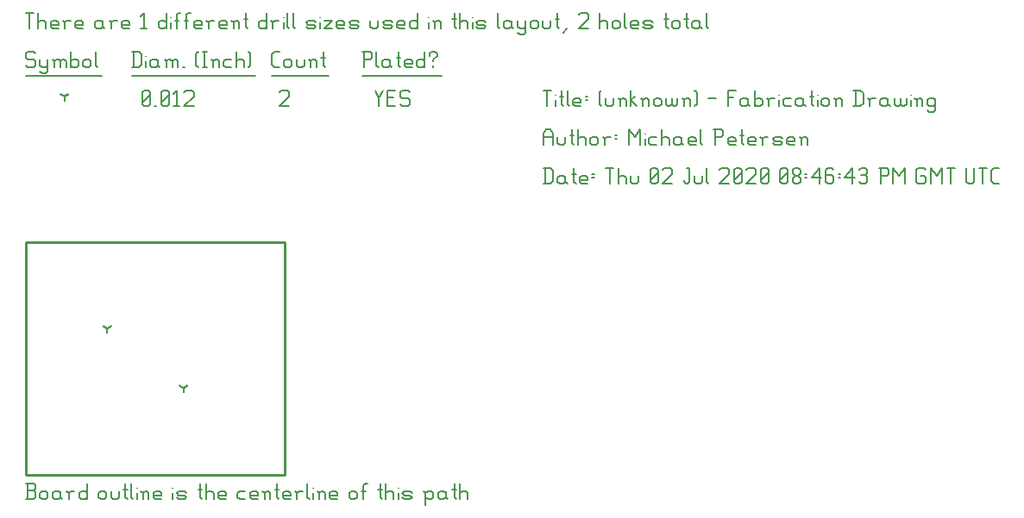
<source format=gbr>
G04 start of page 13 for group -3984 idx -3984 *
G04 Title: (unknown), fab *
G04 Creator: pcb 20140316 *
G04 CreationDate: Thu 02 Jul 2020 08:46:43 PM GMT UTC *
G04 For: railfan *
G04 Format: Gerber/RS-274X *
G04 PCB-Dimensions (mil): 1000.00 900.00 *
G04 PCB-Coordinate-Origin: lower left *
%MOIN*%
%FSLAX25Y25*%
%LNFAB*%
%ADD33C,0.0100*%
%ADD32C,0.0075*%
%ADD31C,0.0060*%
%ADD30C,0.0001*%
%ADD29R,0.0080X0.0080*%
G54D29*X31500Y56500D02*Y54900D01*
G54D30*G36*
X30954Y56647D02*X33033Y57846D01*
X33433Y57153D01*
X31353Y55954D01*
X30954Y56647D01*
G37*
G36*
X31647Y55954D02*X29567Y57153D01*
X29967Y57846D01*
X32046Y56647D01*
X31647Y55954D01*
G37*
G54D29*X61000Y33500D02*Y31900D01*
G54D30*G36*
X60454Y33647D02*X62533Y34846D01*
X62933Y34153D01*
X60853Y32954D01*
X60454Y33647D01*
G37*
G36*
X61147Y32954D02*X59067Y34153D01*
X59467Y34846D01*
X61546Y33647D01*
X61147Y32954D01*
G37*
G54D29*X15000Y146250D02*Y144650D01*
G54D30*G36*
X14454Y146397D02*X16533Y147596D01*
X16933Y146903D01*
X14853Y145704D01*
X14454Y146397D01*
G37*
G36*
X15147Y145704D02*X13067Y146903D01*
X13467Y147596D01*
X15546Y146397D01*
X15147Y145704D01*
G37*
G54D31*X135000Y148500D02*X136500Y145500D01*
X138000Y148500D01*
X136500Y145500D02*Y142500D01*
X139800Y145800D02*X142050D01*
X139800Y142500D02*X142800D01*
X139800Y148500D02*Y142500D01*
Y148500D02*X142800D01*
X147600D02*X148350Y147750D01*
X145350Y148500D02*X147600D01*
X144600Y147750D02*X145350Y148500D01*
X144600Y147750D02*Y146250D01*
X145350Y145500D01*
X147600D01*
X148350Y144750D01*
Y143250D01*
X147600Y142500D02*X148350Y143250D01*
X145350Y142500D02*X147600D01*
X144600Y143250D02*X145350Y142500D01*
X98000Y147750D02*X98750Y148500D01*
X101000D01*
X101750Y147750D01*
Y146250D01*
X98000Y142500D02*X101750Y146250D01*
X98000Y142500D02*X101750D01*
X45000Y143250D02*X45750Y142500D01*
X45000Y147750D02*Y143250D01*
Y147750D02*X45750Y148500D01*
X47250D01*
X48000Y147750D01*
Y143250D01*
X47250Y142500D02*X48000Y143250D01*
X45750Y142500D02*X47250D01*
X45000Y144000D02*X48000Y147000D01*
X49800Y142500D02*X50550D01*
X52350Y143250D02*X53100Y142500D01*
X52350Y147750D02*Y143250D01*
Y147750D02*X53100Y148500D01*
X54600D01*
X55350Y147750D01*
Y143250D01*
X54600Y142500D02*X55350Y143250D01*
X53100Y142500D02*X54600D01*
X52350Y144000D02*X55350Y147000D01*
X57150Y147300D02*X58350Y148500D01*
Y142500D01*
X57150D02*X59400D01*
X61200Y147750D02*X61950Y148500D01*
X64200D01*
X64950Y147750D01*
Y146250D01*
X61200Y142500D02*X64950Y146250D01*
X61200Y142500D02*X64950D01*
X3000Y163500D02*X3750Y162750D01*
X750Y163500D02*X3000D01*
X0Y162750D02*X750Y163500D01*
X0Y162750D02*Y161250D01*
X750Y160500D01*
X3000D01*
X3750Y159750D01*
Y158250D01*
X3000Y157500D02*X3750Y158250D01*
X750Y157500D02*X3000D01*
X0Y158250D02*X750Y157500D01*
X5550Y160500D02*Y158250D01*
X6300Y157500D01*
X8550Y160500D02*Y156000D01*
X7800Y155250D02*X8550Y156000D01*
X6300Y155250D02*X7800D01*
X5550Y156000D02*X6300Y155250D01*
Y157500D02*X7800D01*
X8550Y158250D01*
X11100Y159750D02*Y157500D01*
Y159750D02*X11850Y160500D01*
X12600D01*
X13350Y159750D01*
Y157500D01*
Y159750D02*X14100Y160500D01*
X14850D01*
X15600Y159750D01*
Y157500D01*
X10350Y160500D02*X11100Y159750D01*
X17400Y163500D02*Y157500D01*
Y158250D02*X18150Y157500D01*
X19650D01*
X20400Y158250D01*
Y159750D02*Y158250D01*
X19650Y160500D02*X20400Y159750D01*
X18150Y160500D02*X19650D01*
X17400Y159750D02*X18150Y160500D01*
X22200Y159750D02*Y158250D01*
Y159750D02*X22950Y160500D01*
X24450D01*
X25200Y159750D01*
Y158250D01*
X24450Y157500D02*X25200Y158250D01*
X22950Y157500D02*X24450D01*
X22200Y158250D02*X22950Y157500D01*
X27000Y163500D02*Y158250D01*
X27750Y157500D01*
X0Y154250D02*X29250D01*
X41750Y163500D02*Y157500D01*
X43700Y163500D02*X44750Y162450D01*
Y158550D01*
X43700Y157500D02*X44750Y158550D01*
X41000Y157500D02*X43700D01*
X41000Y163500D02*X43700D01*
G54D32*X46550Y162000D02*Y161850D01*
G54D31*Y159750D02*Y157500D01*
X50300Y160500D02*X51050Y159750D01*
X48800Y160500D02*X50300D01*
X48050Y159750D02*X48800Y160500D01*
X48050Y159750D02*Y158250D01*
X48800Y157500D01*
X51050Y160500D02*Y158250D01*
X51800Y157500D01*
X48800D02*X50300D01*
X51050Y158250D01*
X54350Y159750D02*Y157500D01*
Y159750D02*X55100Y160500D01*
X55850D01*
X56600Y159750D01*
Y157500D01*
Y159750D02*X57350Y160500D01*
X58100D01*
X58850Y159750D01*
Y157500D01*
X53600Y160500D02*X54350Y159750D01*
X60650Y157500D02*X61400D01*
X65900Y158250D02*X66650Y157500D01*
X65900Y162750D02*X66650Y163500D01*
X65900Y162750D02*Y158250D01*
X68450Y163500D02*X69950D01*
X69200D02*Y157500D01*
X68450D02*X69950D01*
X72500Y159750D02*Y157500D01*
Y159750D02*X73250Y160500D01*
X74000D01*
X74750Y159750D01*
Y157500D01*
X71750Y160500D02*X72500Y159750D01*
X77300Y160500D02*X79550D01*
X76550Y159750D02*X77300Y160500D01*
X76550Y159750D02*Y158250D01*
X77300Y157500D01*
X79550D01*
X81350Y163500D02*Y157500D01*
Y159750D02*X82100Y160500D01*
X83600D01*
X84350Y159750D01*
Y157500D01*
X86150Y163500D02*X86900Y162750D01*
Y158250D01*
X86150Y157500D02*X86900Y158250D01*
X41000Y154250D02*X88700D01*
X96050Y157500D02*X98000D01*
X95000Y158550D02*X96050Y157500D01*
X95000Y162450D02*Y158550D01*
Y162450D02*X96050Y163500D01*
X98000D01*
X99800Y159750D02*Y158250D01*
Y159750D02*X100550Y160500D01*
X102050D01*
X102800Y159750D01*
Y158250D01*
X102050Y157500D02*X102800Y158250D01*
X100550Y157500D02*X102050D01*
X99800Y158250D02*X100550Y157500D01*
X104600Y160500D02*Y158250D01*
X105350Y157500D01*
X106850D01*
X107600Y158250D01*
Y160500D02*Y158250D01*
X110150Y159750D02*Y157500D01*
Y159750D02*X110900Y160500D01*
X111650D01*
X112400Y159750D01*
Y157500D01*
X109400Y160500D02*X110150Y159750D01*
X114950Y163500D02*Y158250D01*
X115700Y157500D01*
X114200Y161250D02*X115700D01*
X95000Y154250D02*X117200D01*
X130750Y163500D02*Y157500D01*
X130000Y163500D02*X133000D01*
X133750Y162750D01*
Y161250D01*
X133000Y160500D02*X133750Y161250D01*
X130750Y160500D02*X133000D01*
X135550Y163500D02*Y158250D01*
X136300Y157500D01*
X140050Y160500D02*X140800Y159750D01*
X138550Y160500D02*X140050D01*
X137800Y159750D02*X138550Y160500D01*
X137800Y159750D02*Y158250D01*
X138550Y157500D01*
X140800Y160500D02*Y158250D01*
X141550Y157500D01*
X138550D02*X140050D01*
X140800Y158250D01*
X144100Y163500D02*Y158250D01*
X144850Y157500D01*
X143350Y161250D02*X144850D01*
X147100Y157500D02*X149350D01*
X146350Y158250D02*X147100Y157500D01*
X146350Y159750D02*Y158250D01*
Y159750D02*X147100Y160500D01*
X148600D01*
X149350Y159750D01*
X146350Y159000D02*X149350D01*
Y159750D02*Y159000D01*
X154150Y163500D02*Y157500D01*
X153400D02*X154150Y158250D01*
X151900Y157500D02*X153400D01*
X151150Y158250D02*X151900Y157500D01*
X151150Y159750D02*Y158250D01*
Y159750D02*X151900Y160500D01*
X153400D01*
X154150Y159750D01*
X157450Y160500D02*Y159750D01*
Y158250D02*Y157500D01*
X155950Y162750D02*Y162000D01*
Y162750D02*X156700Y163500D01*
X158200D01*
X158950Y162750D01*
Y162000D01*
X157450Y160500D02*X158950Y162000D01*
X130000Y154250D02*X160750D01*
X0Y178500D02*X3000D01*
X1500D02*Y172500D01*
X4800Y178500D02*Y172500D01*
Y174750D02*X5550Y175500D01*
X7050D01*
X7800Y174750D01*
Y172500D01*
X10350D02*X12600D01*
X9600Y173250D02*X10350Y172500D01*
X9600Y174750D02*Y173250D01*
Y174750D02*X10350Y175500D01*
X11850D01*
X12600Y174750D01*
X9600Y174000D02*X12600D01*
Y174750D02*Y174000D01*
X15150Y174750D02*Y172500D01*
Y174750D02*X15900Y175500D01*
X17400D01*
X14400D02*X15150Y174750D01*
X19950Y172500D02*X22200D01*
X19200Y173250D02*X19950Y172500D01*
X19200Y174750D02*Y173250D01*
Y174750D02*X19950Y175500D01*
X21450D01*
X22200Y174750D01*
X19200Y174000D02*X22200D01*
Y174750D02*Y174000D01*
X28950Y175500D02*X29700Y174750D01*
X27450Y175500D02*X28950D01*
X26700Y174750D02*X27450Y175500D01*
X26700Y174750D02*Y173250D01*
X27450Y172500D01*
X29700Y175500D02*Y173250D01*
X30450Y172500D01*
X27450D02*X28950D01*
X29700Y173250D01*
X33000Y174750D02*Y172500D01*
Y174750D02*X33750Y175500D01*
X35250D01*
X32250D02*X33000Y174750D01*
X37800Y172500D02*X40050D01*
X37050Y173250D02*X37800Y172500D01*
X37050Y174750D02*Y173250D01*
Y174750D02*X37800Y175500D01*
X39300D01*
X40050Y174750D01*
X37050Y174000D02*X40050D01*
Y174750D02*Y174000D01*
X44550Y177300D02*X45750Y178500D01*
Y172500D01*
X44550D02*X46800D01*
X54300Y178500D02*Y172500D01*
X53550D02*X54300Y173250D01*
X52050Y172500D02*X53550D01*
X51300Y173250D02*X52050Y172500D01*
X51300Y174750D02*Y173250D01*
Y174750D02*X52050Y175500D01*
X53550D01*
X54300Y174750D01*
G54D32*X56100Y177000D02*Y176850D01*
G54D31*Y174750D02*Y172500D01*
X58350Y177750D02*Y172500D01*
Y177750D02*X59100Y178500D01*
X59850D01*
X57600Y175500D02*X59100D01*
X62100Y177750D02*Y172500D01*
Y177750D02*X62850Y178500D01*
X63600D01*
X61350Y175500D02*X62850D01*
X65850Y172500D02*X68100D01*
X65100Y173250D02*X65850Y172500D01*
X65100Y174750D02*Y173250D01*
Y174750D02*X65850Y175500D01*
X67350D01*
X68100Y174750D01*
X65100Y174000D02*X68100D01*
Y174750D02*Y174000D01*
X70650Y174750D02*Y172500D01*
Y174750D02*X71400Y175500D01*
X72900D01*
X69900D02*X70650Y174750D01*
X75450Y172500D02*X77700D01*
X74700Y173250D02*X75450Y172500D01*
X74700Y174750D02*Y173250D01*
Y174750D02*X75450Y175500D01*
X76950D01*
X77700Y174750D01*
X74700Y174000D02*X77700D01*
Y174750D02*Y174000D01*
X80250Y174750D02*Y172500D01*
Y174750D02*X81000Y175500D01*
X81750D01*
X82500Y174750D01*
Y172500D01*
X79500Y175500D02*X80250Y174750D01*
X85050Y178500D02*Y173250D01*
X85800Y172500D01*
X84300Y176250D02*X85800D01*
X93000Y178500D02*Y172500D01*
X92250D02*X93000Y173250D01*
X90750Y172500D02*X92250D01*
X90000Y173250D02*X90750Y172500D01*
X90000Y174750D02*Y173250D01*
Y174750D02*X90750Y175500D01*
X92250D01*
X93000Y174750D01*
X95550D02*Y172500D01*
Y174750D02*X96300Y175500D01*
X97800D01*
X94800D02*X95550Y174750D01*
G54D32*X99600Y177000D02*Y176850D01*
G54D31*Y174750D02*Y172500D01*
X101100Y178500D02*Y173250D01*
X101850Y172500D01*
X103350Y178500D02*Y173250D01*
X104100Y172500D01*
X109050D02*X111300D01*
X112050Y173250D01*
X111300Y174000D02*X112050Y173250D01*
X109050Y174000D02*X111300D01*
X108300Y174750D02*X109050Y174000D01*
X108300Y174750D02*X109050Y175500D01*
X111300D01*
X112050Y174750D01*
X108300Y173250D02*X109050Y172500D01*
G54D32*X113850Y177000D02*Y176850D01*
G54D31*Y174750D02*Y172500D01*
X115350Y175500D02*X118350D01*
X115350Y172500D02*X118350Y175500D01*
X115350Y172500D02*X118350D01*
X120900D02*X123150D01*
X120150Y173250D02*X120900Y172500D01*
X120150Y174750D02*Y173250D01*
Y174750D02*X120900Y175500D01*
X122400D01*
X123150Y174750D01*
X120150Y174000D02*X123150D01*
Y174750D02*Y174000D01*
X125700Y172500D02*X127950D01*
X128700Y173250D01*
X127950Y174000D02*X128700Y173250D01*
X125700Y174000D02*X127950D01*
X124950Y174750D02*X125700Y174000D01*
X124950Y174750D02*X125700Y175500D01*
X127950D01*
X128700Y174750D01*
X124950Y173250D02*X125700Y172500D01*
X133200Y175500D02*Y173250D01*
X133950Y172500D01*
X135450D01*
X136200Y173250D01*
Y175500D02*Y173250D01*
X138750Y172500D02*X141000D01*
X141750Y173250D01*
X141000Y174000D02*X141750Y173250D01*
X138750Y174000D02*X141000D01*
X138000Y174750D02*X138750Y174000D01*
X138000Y174750D02*X138750Y175500D01*
X141000D01*
X141750Y174750D01*
X138000Y173250D02*X138750Y172500D01*
X144300D02*X146550D01*
X143550Y173250D02*X144300Y172500D01*
X143550Y174750D02*Y173250D01*
Y174750D02*X144300Y175500D01*
X145800D01*
X146550Y174750D01*
X143550Y174000D02*X146550D01*
Y174750D02*Y174000D01*
X151350Y178500D02*Y172500D01*
X150600D02*X151350Y173250D01*
X149100Y172500D02*X150600D01*
X148350Y173250D02*X149100Y172500D01*
X148350Y174750D02*Y173250D01*
Y174750D02*X149100Y175500D01*
X150600D01*
X151350Y174750D01*
G54D32*X155850Y177000D02*Y176850D01*
G54D31*Y174750D02*Y172500D01*
X158100Y174750D02*Y172500D01*
Y174750D02*X158850Y175500D01*
X159600D01*
X160350Y174750D01*
Y172500D01*
X157350Y175500D02*X158100Y174750D01*
X165600Y178500D02*Y173250D01*
X166350Y172500D01*
X164850Y176250D02*X166350D01*
X167850Y178500D02*Y172500D01*
Y174750D02*X168600Y175500D01*
X170100D01*
X170850Y174750D01*
Y172500D01*
G54D32*X172650Y177000D02*Y176850D01*
G54D31*Y174750D02*Y172500D01*
X174900D02*X177150D01*
X177900Y173250D01*
X177150Y174000D02*X177900Y173250D01*
X174900Y174000D02*X177150D01*
X174150Y174750D02*X174900Y174000D01*
X174150Y174750D02*X174900Y175500D01*
X177150D01*
X177900Y174750D01*
X174150Y173250D02*X174900Y172500D01*
X182400Y178500D02*Y173250D01*
X183150Y172500D01*
X186900Y175500D02*X187650Y174750D01*
X185400Y175500D02*X186900D01*
X184650Y174750D02*X185400Y175500D01*
X184650Y174750D02*Y173250D01*
X185400Y172500D01*
X187650Y175500D02*Y173250D01*
X188400Y172500D01*
X185400D02*X186900D01*
X187650Y173250D01*
X190200Y175500D02*Y173250D01*
X190950Y172500D01*
X193200Y175500D02*Y171000D01*
X192450Y170250D02*X193200Y171000D01*
X190950Y170250D02*X192450D01*
X190200Y171000D02*X190950Y170250D01*
Y172500D02*X192450D01*
X193200Y173250D01*
X195000Y174750D02*Y173250D01*
Y174750D02*X195750Y175500D01*
X197250D01*
X198000Y174750D01*
Y173250D01*
X197250Y172500D02*X198000Y173250D01*
X195750Y172500D02*X197250D01*
X195000Y173250D02*X195750Y172500D01*
X199800Y175500D02*Y173250D01*
X200550Y172500D01*
X202050D01*
X202800Y173250D01*
Y175500D02*Y173250D01*
X205350Y178500D02*Y173250D01*
X206100Y172500D01*
X204600Y176250D02*X206100D01*
X207600Y171000D02*X209100Y172500D01*
X213600Y177750D02*X214350Y178500D01*
X216600D01*
X217350Y177750D01*
Y176250D01*
X213600Y172500D02*X217350Y176250D01*
X213600Y172500D02*X217350D01*
X221850Y178500D02*Y172500D01*
Y174750D02*X222600Y175500D01*
X224100D01*
X224850Y174750D01*
Y172500D01*
X226650Y174750D02*Y173250D01*
Y174750D02*X227400Y175500D01*
X228900D01*
X229650Y174750D01*
Y173250D01*
X228900Y172500D02*X229650Y173250D01*
X227400Y172500D02*X228900D01*
X226650Y173250D02*X227400Y172500D01*
X231450Y178500D02*Y173250D01*
X232200Y172500D01*
X234450D02*X236700D01*
X233700Y173250D02*X234450Y172500D01*
X233700Y174750D02*Y173250D01*
Y174750D02*X234450Y175500D01*
X235950D01*
X236700Y174750D01*
X233700Y174000D02*X236700D01*
Y174750D02*Y174000D01*
X239250Y172500D02*X241500D01*
X242250Y173250D01*
X241500Y174000D02*X242250Y173250D01*
X239250Y174000D02*X241500D01*
X238500Y174750D02*X239250Y174000D01*
X238500Y174750D02*X239250Y175500D01*
X241500D01*
X242250Y174750D01*
X238500Y173250D02*X239250Y172500D01*
X247500Y178500D02*Y173250D01*
X248250Y172500D01*
X246750Y176250D02*X248250D01*
X249750Y174750D02*Y173250D01*
Y174750D02*X250500Y175500D01*
X252000D01*
X252750Y174750D01*
Y173250D01*
X252000Y172500D02*X252750Y173250D01*
X250500Y172500D02*X252000D01*
X249750Y173250D02*X250500Y172500D01*
X255300Y178500D02*Y173250D01*
X256050Y172500D01*
X254550Y176250D02*X256050D01*
X259800Y175500D02*X260550Y174750D01*
X258300Y175500D02*X259800D01*
X257550Y174750D02*X258300Y175500D01*
X257550Y174750D02*Y173250D01*
X258300Y172500D01*
X260550Y175500D02*Y173250D01*
X261300Y172500D01*
X258300D02*X259800D01*
X260550Y173250D01*
X263100Y178500D02*Y173250D01*
X263850Y172500D01*
G54D33*X0Y90000D02*X100000D01*
Y0D01*
X0D01*
Y90000D01*
G54D31*Y-9500D02*X3000D01*
X3750Y-8750D01*
Y-6950D02*Y-8750D01*
X3000Y-6200D02*X3750Y-6950D01*
X750Y-6200D02*X3000D01*
X750Y-3500D02*Y-9500D01*
X0Y-3500D02*X3000D01*
X3750Y-4250D01*
Y-5450D01*
X3000Y-6200D02*X3750Y-5450D01*
X5550Y-7250D02*Y-8750D01*
Y-7250D02*X6300Y-6500D01*
X7800D01*
X8550Y-7250D01*
Y-8750D01*
X7800Y-9500D02*X8550Y-8750D01*
X6300Y-9500D02*X7800D01*
X5550Y-8750D02*X6300Y-9500D01*
X12600Y-6500D02*X13350Y-7250D01*
X11100Y-6500D02*X12600D01*
X10350Y-7250D02*X11100Y-6500D01*
X10350Y-7250D02*Y-8750D01*
X11100Y-9500D01*
X13350Y-6500D02*Y-8750D01*
X14100Y-9500D01*
X11100D02*X12600D01*
X13350Y-8750D01*
X16650Y-7250D02*Y-9500D01*
Y-7250D02*X17400Y-6500D01*
X18900D01*
X15900D02*X16650Y-7250D01*
X23700Y-3500D02*Y-9500D01*
X22950D02*X23700Y-8750D01*
X21450Y-9500D02*X22950D01*
X20700Y-8750D02*X21450Y-9500D01*
X20700Y-7250D02*Y-8750D01*
Y-7250D02*X21450Y-6500D01*
X22950D01*
X23700Y-7250D01*
X28200D02*Y-8750D01*
Y-7250D02*X28950Y-6500D01*
X30450D01*
X31200Y-7250D01*
Y-8750D01*
X30450Y-9500D02*X31200Y-8750D01*
X28950Y-9500D02*X30450D01*
X28200Y-8750D02*X28950Y-9500D01*
X33000Y-6500D02*Y-8750D01*
X33750Y-9500D01*
X35250D01*
X36000Y-8750D01*
Y-6500D02*Y-8750D01*
X38550Y-3500D02*Y-8750D01*
X39300Y-9500D01*
X37800Y-5750D02*X39300D01*
X40800Y-3500D02*Y-8750D01*
X41550Y-9500D01*
G54D32*X43050Y-5000D02*Y-5150D01*
G54D31*Y-7250D02*Y-9500D01*
X45300Y-7250D02*Y-9500D01*
Y-7250D02*X46050Y-6500D01*
X46800D01*
X47550Y-7250D01*
Y-9500D01*
X44550Y-6500D02*X45300Y-7250D01*
X50100Y-9500D02*X52350D01*
X49350Y-8750D02*X50100Y-9500D01*
X49350Y-7250D02*Y-8750D01*
Y-7250D02*X50100Y-6500D01*
X51600D01*
X52350Y-7250D01*
X49350Y-8000D02*X52350D01*
Y-7250D02*Y-8000D01*
G54D32*X56850Y-5000D02*Y-5150D01*
G54D31*Y-7250D02*Y-9500D01*
X59100D02*X61350D01*
X62100Y-8750D01*
X61350Y-8000D02*X62100Y-8750D01*
X59100Y-8000D02*X61350D01*
X58350Y-7250D02*X59100Y-8000D01*
X58350Y-7250D02*X59100Y-6500D01*
X61350D01*
X62100Y-7250D01*
X58350Y-8750D02*X59100Y-9500D01*
X67350Y-3500D02*Y-8750D01*
X68100Y-9500D01*
X66600Y-5750D02*X68100D01*
X69600Y-3500D02*Y-9500D01*
Y-7250D02*X70350Y-6500D01*
X71850D01*
X72600Y-7250D01*
Y-9500D01*
X75150D02*X77400D01*
X74400Y-8750D02*X75150Y-9500D01*
X74400Y-7250D02*Y-8750D01*
Y-7250D02*X75150Y-6500D01*
X76650D01*
X77400Y-7250D01*
X74400Y-8000D02*X77400D01*
Y-7250D02*Y-8000D01*
X82650Y-6500D02*X84900D01*
X81900Y-7250D02*X82650Y-6500D01*
X81900Y-7250D02*Y-8750D01*
X82650Y-9500D01*
X84900D01*
X87450D02*X89700D01*
X86700Y-8750D02*X87450Y-9500D01*
X86700Y-7250D02*Y-8750D01*
Y-7250D02*X87450Y-6500D01*
X88950D01*
X89700Y-7250D01*
X86700Y-8000D02*X89700D01*
Y-7250D02*Y-8000D01*
X92250Y-7250D02*Y-9500D01*
Y-7250D02*X93000Y-6500D01*
X93750D01*
X94500Y-7250D01*
Y-9500D01*
X91500Y-6500D02*X92250Y-7250D01*
X97050Y-3500D02*Y-8750D01*
X97800Y-9500D01*
X96300Y-5750D02*X97800D01*
X100050Y-9500D02*X102300D01*
X99300Y-8750D02*X100050Y-9500D01*
X99300Y-7250D02*Y-8750D01*
Y-7250D02*X100050Y-6500D01*
X101550D01*
X102300Y-7250D01*
X99300Y-8000D02*X102300D01*
Y-7250D02*Y-8000D01*
X104850Y-7250D02*Y-9500D01*
Y-7250D02*X105600Y-6500D01*
X107100D01*
X104100D02*X104850Y-7250D01*
X108900Y-3500D02*Y-8750D01*
X109650Y-9500D01*
G54D32*X111150Y-5000D02*Y-5150D01*
G54D31*Y-7250D02*Y-9500D01*
X113400Y-7250D02*Y-9500D01*
Y-7250D02*X114150Y-6500D01*
X114900D01*
X115650Y-7250D01*
Y-9500D01*
X112650Y-6500D02*X113400Y-7250D01*
X118200Y-9500D02*X120450D01*
X117450Y-8750D02*X118200Y-9500D01*
X117450Y-7250D02*Y-8750D01*
Y-7250D02*X118200Y-6500D01*
X119700D01*
X120450Y-7250D01*
X117450Y-8000D02*X120450D01*
Y-7250D02*Y-8000D01*
X124950Y-7250D02*Y-8750D01*
Y-7250D02*X125700Y-6500D01*
X127200D01*
X127950Y-7250D01*
Y-8750D01*
X127200Y-9500D02*X127950Y-8750D01*
X125700Y-9500D02*X127200D01*
X124950Y-8750D02*X125700Y-9500D01*
X130500Y-4250D02*Y-9500D01*
Y-4250D02*X131250Y-3500D01*
X132000D01*
X129750Y-6500D02*X131250D01*
X136950Y-3500D02*Y-8750D01*
X137700Y-9500D01*
X136200Y-5750D02*X137700D01*
X139200Y-3500D02*Y-9500D01*
Y-7250D02*X139950Y-6500D01*
X141450D01*
X142200Y-7250D01*
Y-9500D01*
G54D32*X144000Y-5000D02*Y-5150D01*
G54D31*Y-7250D02*Y-9500D01*
X146250D02*X148500D01*
X149250Y-8750D01*
X148500Y-8000D02*X149250Y-8750D01*
X146250Y-8000D02*X148500D01*
X145500Y-7250D02*X146250Y-8000D01*
X145500Y-7250D02*X146250Y-6500D01*
X148500D01*
X149250Y-7250D01*
X145500Y-8750D02*X146250Y-9500D01*
X154500Y-7250D02*Y-11750D01*
X153750Y-6500D02*X154500Y-7250D01*
X155250Y-6500D01*
X156750D01*
X157500Y-7250D01*
Y-8750D01*
X156750Y-9500D02*X157500Y-8750D01*
X155250Y-9500D02*X156750D01*
X154500Y-8750D02*X155250Y-9500D01*
X161550Y-6500D02*X162300Y-7250D01*
X160050Y-6500D02*X161550D01*
X159300Y-7250D02*X160050Y-6500D01*
X159300Y-7250D02*Y-8750D01*
X160050Y-9500D01*
X162300Y-6500D02*Y-8750D01*
X163050Y-9500D01*
X160050D02*X161550D01*
X162300Y-8750D01*
X165600Y-3500D02*Y-8750D01*
X166350Y-9500D01*
X164850Y-5750D02*X166350D01*
X167850Y-3500D02*Y-9500D01*
Y-7250D02*X168600Y-6500D01*
X170100D01*
X170850Y-7250D01*
Y-9500D01*
X200750Y118500D02*Y112500D01*
X202700Y118500D02*X203750Y117450D01*
Y113550D01*
X202700Y112500D02*X203750Y113550D01*
X200000Y112500D02*X202700D01*
X200000Y118500D02*X202700D01*
X207800Y115500D02*X208550Y114750D01*
X206300Y115500D02*X207800D01*
X205550Y114750D02*X206300Y115500D01*
X205550Y114750D02*Y113250D01*
X206300Y112500D01*
X208550Y115500D02*Y113250D01*
X209300Y112500D01*
X206300D02*X207800D01*
X208550Y113250D01*
X211850Y118500D02*Y113250D01*
X212600Y112500D01*
X211100Y116250D02*X212600D01*
X214850Y112500D02*X217100D01*
X214100Y113250D02*X214850Y112500D01*
X214100Y114750D02*Y113250D01*
Y114750D02*X214850Y115500D01*
X216350D01*
X217100Y114750D01*
X214100Y114000D02*X217100D01*
Y114750D02*Y114000D01*
X218900Y116250D02*X219650D01*
X218900Y114750D02*X219650D01*
X224150Y118500D02*X227150D01*
X225650D02*Y112500D01*
X228950Y118500D02*Y112500D01*
Y114750D02*X229700Y115500D01*
X231200D01*
X231950Y114750D01*
Y112500D01*
X233750Y115500D02*Y113250D01*
X234500Y112500D01*
X236000D01*
X236750Y113250D01*
Y115500D02*Y113250D01*
X241250D02*X242000Y112500D01*
X241250Y117750D02*Y113250D01*
Y117750D02*X242000Y118500D01*
X243500D01*
X244250Y117750D01*
Y113250D01*
X243500Y112500D02*X244250Y113250D01*
X242000Y112500D02*X243500D01*
X241250Y114000D02*X244250Y117000D01*
X246050Y117750D02*X246800Y118500D01*
X249050D01*
X249800Y117750D01*
Y116250D01*
X246050Y112500D02*X249800Y116250D01*
X246050Y112500D02*X249800D01*
X255350Y118500D02*X256550D01*
Y113250D01*
X255800Y112500D02*X256550Y113250D01*
X255050Y112500D02*X255800D01*
X254300Y113250D02*X255050Y112500D01*
X254300Y114000D02*Y113250D01*
X258350Y115500D02*Y113250D01*
X259100Y112500D01*
X260600D01*
X261350Y113250D01*
Y115500D02*Y113250D01*
X263150Y118500D02*Y113250D01*
X263900Y112500D01*
X268100Y117750D02*X268850Y118500D01*
X271100D01*
X271850Y117750D01*
Y116250D01*
X268100Y112500D02*X271850Y116250D01*
X268100Y112500D02*X271850D01*
X273650Y113250D02*X274400Y112500D01*
X273650Y117750D02*Y113250D01*
Y117750D02*X274400Y118500D01*
X275900D01*
X276650Y117750D01*
Y113250D01*
X275900Y112500D02*X276650Y113250D01*
X274400Y112500D02*X275900D01*
X273650Y114000D02*X276650Y117000D01*
X278450Y117750D02*X279200Y118500D01*
X281450D01*
X282200Y117750D01*
Y116250D01*
X278450Y112500D02*X282200Y116250D01*
X278450Y112500D02*X282200D01*
X284000Y113250D02*X284750Y112500D01*
X284000Y117750D02*Y113250D01*
Y117750D02*X284750Y118500D01*
X286250D01*
X287000Y117750D01*
Y113250D01*
X286250Y112500D02*X287000Y113250D01*
X284750Y112500D02*X286250D01*
X284000Y114000D02*X287000Y117000D01*
X291500Y113250D02*X292250Y112500D01*
X291500Y117750D02*Y113250D01*
Y117750D02*X292250Y118500D01*
X293750D01*
X294500Y117750D01*
Y113250D01*
X293750Y112500D02*X294500Y113250D01*
X292250Y112500D02*X293750D01*
X291500Y114000D02*X294500Y117000D01*
X296300Y113250D02*X297050Y112500D01*
X296300Y114450D02*Y113250D01*
Y114450D02*X297350Y115500D01*
X298250D01*
X299300Y114450D01*
Y113250D01*
X298550Y112500D02*X299300Y113250D01*
X297050Y112500D02*X298550D01*
X296300Y116550D02*X297350Y115500D01*
X296300Y117750D02*Y116550D01*
Y117750D02*X297050Y118500D01*
X298550D01*
X299300Y117750D01*
Y116550D01*
X298250Y115500D02*X299300Y116550D01*
X301100Y116250D02*X301850D01*
X301100Y114750D02*X301850D01*
X303650D02*X306650Y118500D01*
X303650Y114750D02*X307400D01*
X306650Y118500D02*Y112500D01*
X311450Y118500D02*X312200Y117750D01*
X309950Y118500D02*X311450D01*
X309200Y117750D02*X309950Y118500D01*
X309200Y117750D02*Y113250D01*
X309950Y112500D01*
X311450Y115800D02*X312200Y115050D01*
X309200Y115800D02*X311450D01*
X309950Y112500D02*X311450D01*
X312200Y113250D01*
Y115050D02*Y113250D01*
X314000Y116250D02*X314750D01*
X314000Y114750D02*X314750D01*
X316550D02*X319550Y118500D01*
X316550Y114750D02*X320300D01*
X319550Y118500D02*Y112500D01*
X322100Y117750D02*X322850Y118500D01*
X324350D01*
X325100Y117750D01*
X324350Y112500D02*X325100Y113250D01*
X322850Y112500D02*X324350D01*
X322100Y113250D02*X322850Y112500D01*
Y115800D02*X324350D01*
X325100Y117750D02*Y116550D01*
Y115050D02*Y113250D01*
Y115050D02*X324350Y115800D01*
X325100Y116550D02*X324350Y115800D01*
X330350Y118500D02*Y112500D01*
X329600Y118500D02*X332600D01*
X333350Y117750D01*
Y116250D01*
X332600Y115500D02*X333350Y116250D01*
X330350Y115500D02*X332600D01*
X335150Y118500D02*Y112500D01*
Y118500D02*X337400Y115500D01*
X339650Y118500D01*
Y112500D01*
X347150Y118500D02*X347900Y117750D01*
X344900Y118500D02*X347150D01*
X344150Y117750D02*X344900Y118500D01*
X344150Y117750D02*Y113250D01*
X344900Y112500D01*
X347150D01*
X347900Y113250D01*
Y114750D02*Y113250D01*
X347150Y115500D02*X347900Y114750D01*
X345650Y115500D02*X347150D01*
X349700Y118500D02*Y112500D01*
Y118500D02*X351950Y115500D01*
X354200Y118500D01*
Y112500D01*
X356000Y118500D02*X359000D01*
X357500D02*Y112500D01*
X363500Y118500D02*Y113250D01*
X364250Y112500D01*
X365750D01*
X366500Y113250D01*
Y118500D02*Y113250D01*
X368300Y118500D02*X371300D01*
X369800D02*Y112500D01*
X374150D02*X376100D01*
X373100Y113550D02*X374150Y112500D01*
X373100Y117450D02*Y113550D01*
Y117450D02*X374150Y118500D01*
X376100D01*
X200000Y132000D02*Y127500D01*
Y132000D02*X201050Y133500D01*
X202700D01*
X203750Y132000D01*
Y127500D01*
X200000Y130500D02*X203750D01*
X205550D02*Y128250D01*
X206300Y127500D01*
X207800D01*
X208550Y128250D01*
Y130500D02*Y128250D01*
X211100Y133500D02*Y128250D01*
X211850Y127500D01*
X210350Y131250D02*X211850D01*
X213350Y133500D02*Y127500D01*
Y129750D02*X214100Y130500D01*
X215600D01*
X216350Y129750D01*
Y127500D01*
X218150Y129750D02*Y128250D01*
Y129750D02*X218900Y130500D01*
X220400D01*
X221150Y129750D01*
Y128250D01*
X220400Y127500D02*X221150Y128250D01*
X218900Y127500D02*X220400D01*
X218150Y128250D02*X218900Y127500D01*
X223700Y129750D02*Y127500D01*
Y129750D02*X224450Y130500D01*
X225950D01*
X222950D02*X223700Y129750D01*
X227750Y131250D02*X228500D01*
X227750Y129750D02*X228500D01*
X233000Y133500D02*Y127500D01*
Y133500D02*X235250Y130500D01*
X237500Y133500D01*
Y127500D01*
G54D32*X239300Y132000D02*Y131850D01*
G54D31*Y129750D02*Y127500D01*
X241550Y130500D02*X243800D01*
X240800Y129750D02*X241550Y130500D01*
X240800Y129750D02*Y128250D01*
X241550Y127500D01*
X243800D01*
X245600Y133500D02*Y127500D01*
Y129750D02*X246350Y130500D01*
X247850D01*
X248600Y129750D01*
Y127500D01*
X252650Y130500D02*X253400Y129750D01*
X251150Y130500D02*X252650D01*
X250400Y129750D02*X251150Y130500D01*
X250400Y129750D02*Y128250D01*
X251150Y127500D01*
X253400Y130500D02*Y128250D01*
X254150Y127500D01*
X251150D02*X252650D01*
X253400Y128250D01*
X256700Y127500D02*X258950D01*
X255950Y128250D02*X256700Y127500D01*
X255950Y129750D02*Y128250D01*
Y129750D02*X256700Y130500D01*
X258200D01*
X258950Y129750D01*
X255950Y129000D02*X258950D01*
Y129750D02*Y129000D01*
X260750Y133500D02*Y128250D01*
X261500Y127500D01*
X266450Y133500D02*Y127500D01*
X265700Y133500D02*X268700D01*
X269450Y132750D01*
Y131250D01*
X268700Y130500D02*X269450Y131250D01*
X266450Y130500D02*X268700D01*
X272000Y127500D02*X274250D01*
X271250Y128250D02*X272000Y127500D01*
X271250Y129750D02*Y128250D01*
Y129750D02*X272000Y130500D01*
X273500D01*
X274250Y129750D01*
X271250Y129000D02*X274250D01*
Y129750D02*Y129000D01*
X276800Y133500D02*Y128250D01*
X277550Y127500D01*
X276050Y131250D02*X277550D01*
X279800Y127500D02*X282050D01*
X279050Y128250D02*X279800Y127500D01*
X279050Y129750D02*Y128250D01*
Y129750D02*X279800Y130500D01*
X281300D01*
X282050Y129750D01*
X279050Y129000D02*X282050D01*
Y129750D02*Y129000D01*
X284600Y129750D02*Y127500D01*
Y129750D02*X285350Y130500D01*
X286850D01*
X283850D02*X284600Y129750D01*
X289400Y127500D02*X291650D01*
X292400Y128250D01*
X291650Y129000D02*X292400Y128250D01*
X289400Y129000D02*X291650D01*
X288650Y129750D02*X289400Y129000D01*
X288650Y129750D02*X289400Y130500D01*
X291650D01*
X292400Y129750D01*
X288650Y128250D02*X289400Y127500D01*
X294950D02*X297200D01*
X294200Y128250D02*X294950Y127500D01*
X294200Y129750D02*Y128250D01*
Y129750D02*X294950Y130500D01*
X296450D01*
X297200Y129750D01*
X294200Y129000D02*X297200D01*
Y129750D02*Y129000D01*
X299750Y129750D02*Y127500D01*
Y129750D02*X300500Y130500D01*
X301250D01*
X302000Y129750D01*
Y127500D01*
X299000Y130500D02*X299750Y129750D01*
X200000Y148500D02*X203000D01*
X201500D02*Y142500D01*
G54D32*X204800Y147000D02*Y146850D01*
G54D31*Y144750D02*Y142500D01*
X207050Y148500D02*Y143250D01*
X207800Y142500D01*
X206300Y146250D02*X207800D01*
X209300Y148500D02*Y143250D01*
X210050Y142500D01*
X212300D02*X214550D01*
X211550Y143250D02*X212300Y142500D01*
X211550Y144750D02*Y143250D01*
Y144750D02*X212300Y145500D01*
X213800D01*
X214550Y144750D01*
X211550Y144000D02*X214550D01*
Y144750D02*Y144000D01*
X216350Y146250D02*X217100D01*
X216350Y144750D02*X217100D01*
X221600Y143250D02*X222350Y142500D01*
X221600Y147750D02*X222350Y148500D01*
X221600Y147750D02*Y143250D01*
X224150Y145500D02*Y143250D01*
X224900Y142500D01*
X226400D01*
X227150Y143250D01*
Y145500D02*Y143250D01*
X229700Y144750D02*Y142500D01*
Y144750D02*X230450Y145500D01*
X231200D01*
X231950Y144750D01*
Y142500D01*
X228950Y145500D02*X229700Y144750D01*
X233750Y148500D02*Y142500D01*
Y144750D02*X236000Y142500D01*
X233750Y144750D02*X235250Y146250D01*
X238550Y144750D02*Y142500D01*
Y144750D02*X239300Y145500D01*
X240050D01*
X240800Y144750D01*
Y142500D01*
X237800Y145500D02*X238550Y144750D01*
X242600D02*Y143250D01*
Y144750D02*X243350Y145500D01*
X244850D01*
X245600Y144750D01*
Y143250D01*
X244850Y142500D02*X245600Y143250D01*
X243350Y142500D02*X244850D01*
X242600Y143250D02*X243350Y142500D01*
X247400Y145500D02*Y143250D01*
X248150Y142500D01*
X248900D01*
X249650Y143250D01*
Y145500D02*Y143250D01*
X250400Y142500D01*
X251150D01*
X251900Y143250D01*
Y145500D02*Y143250D01*
X254450Y144750D02*Y142500D01*
Y144750D02*X255200Y145500D01*
X255950D01*
X256700Y144750D01*
Y142500D01*
X253700Y145500D02*X254450Y144750D01*
X258500Y148500D02*X259250Y147750D01*
Y143250D01*
X258500Y142500D02*X259250Y143250D01*
X263750Y145500D02*X266750D01*
X271250Y148500D02*Y142500D01*
Y148500D02*X274250D01*
X271250Y145800D02*X273500D01*
X278300Y145500D02*X279050Y144750D01*
X276800Y145500D02*X278300D01*
X276050Y144750D02*X276800Y145500D01*
X276050Y144750D02*Y143250D01*
X276800Y142500D01*
X279050Y145500D02*Y143250D01*
X279800Y142500D01*
X276800D02*X278300D01*
X279050Y143250D01*
X281600Y148500D02*Y142500D01*
Y143250D02*X282350Y142500D01*
X283850D01*
X284600Y143250D01*
Y144750D02*Y143250D01*
X283850Y145500D02*X284600Y144750D01*
X282350Y145500D02*X283850D01*
X281600Y144750D02*X282350Y145500D01*
X287150Y144750D02*Y142500D01*
Y144750D02*X287900Y145500D01*
X289400D01*
X286400D02*X287150Y144750D01*
G54D32*X291200Y147000D02*Y146850D01*
G54D31*Y144750D02*Y142500D01*
X293450Y145500D02*X295700D01*
X292700Y144750D02*X293450Y145500D01*
X292700Y144750D02*Y143250D01*
X293450Y142500D01*
X295700D01*
X299750Y145500D02*X300500Y144750D01*
X298250Y145500D02*X299750D01*
X297500Y144750D02*X298250Y145500D01*
X297500Y144750D02*Y143250D01*
X298250Y142500D01*
X300500Y145500D02*Y143250D01*
X301250Y142500D01*
X298250D02*X299750D01*
X300500Y143250D01*
X303800Y148500D02*Y143250D01*
X304550Y142500D01*
X303050Y146250D02*X304550D01*
G54D32*X306050Y147000D02*Y146850D01*
G54D31*Y144750D02*Y142500D01*
X307550Y144750D02*Y143250D01*
Y144750D02*X308300Y145500D01*
X309800D01*
X310550Y144750D01*
Y143250D01*
X309800Y142500D02*X310550Y143250D01*
X308300Y142500D02*X309800D01*
X307550Y143250D02*X308300Y142500D01*
X313100Y144750D02*Y142500D01*
Y144750D02*X313850Y145500D01*
X314600D01*
X315350Y144750D01*
Y142500D01*
X312350Y145500D02*X313100Y144750D01*
X320600Y148500D02*Y142500D01*
X322550Y148500D02*X323600Y147450D01*
Y143550D01*
X322550Y142500D02*X323600Y143550D01*
X319850Y142500D02*X322550D01*
X319850Y148500D02*X322550D01*
X326150Y144750D02*Y142500D01*
Y144750D02*X326900Y145500D01*
X328400D01*
X325400D02*X326150Y144750D01*
X332450Y145500D02*X333200Y144750D01*
X330950Y145500D02*X332450D01*
X330200Y144750D02*X330950Y145500D01*
X330200Y144750D02*Y143250D01*
X330950Y142500D01*
X333200Y145500D02*Y143250D01*
X333950Y142500D01*
X330950D02*X332450D01*
X333200Y143250D01*
X335750Y145500D02*Y143250D01*
X336500Y142500D01*
X337250D01*
X338000Y143250D01*
Y145500D02*Y143250D01*
X338750Y142500D01*
X339500D01*
X340250Y143250D01*
Y145500D02*Y143250D01*
G54D32*X342050Y147000D02*Y146850D01*
G54D31*Y144750D02*Y142500D01*
X344300Y144750D02*Y142500D01*
Y144750D02*X345050Y145500D01*
X345800D01*
X346550Y144750D01*
Y142500D01*
X343550Y145500D02*X344300Y144750D01*
X350600Y145500D02*X351350Y144750D01*
X349100Y145500D02*X350600D01*
X348350Y144750D02*X349100Y145500D01*
X348350Y144750D02*Y143250D01*
X349100Y142500D01*
X350600D01*
X351350Y143250D01*
X348350Y141000D02*X349100Y140250D01*
X350600D01*
X351350Y141000D01*
Y145500D02*Y141000D01*
M02*

</source>
